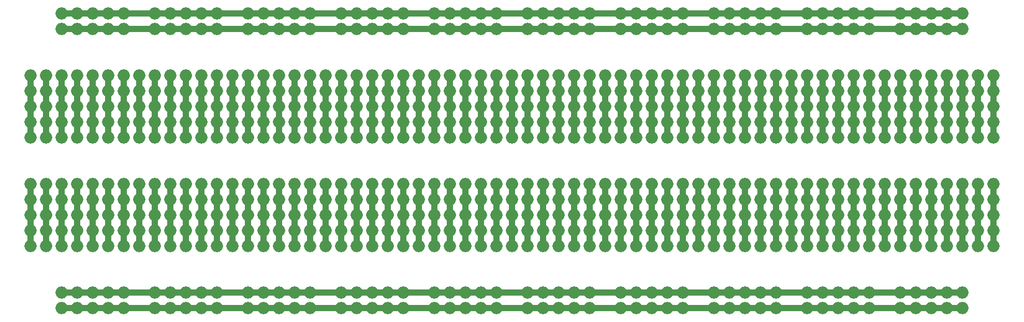
<source format=gbr>
G04 #@! TF.GenerationSoftware,KiCad,Pcbnew,(5.1.4)-1*
G04 #@! TF.CreationDate,2020-10-13T06:17:52+02:00*
G04 #@! TF.ProjectId,BreadBoard PCB 830,42726561-6442-46f6-9172-642050434220,rev?*
G04 #@! TF.SameCoordinates,Original*
G04 #@! TF.FileFunction,Copper,L1,Top*
G04 #@! TF.FilePolarity,Positive*
%FSLAX46Y46*%
G04 Gerber Fmt 4.6, Leading zero omitted, Abs format (unit mm)*
G04 Created by KiCad (PCBNEW (5.1.4)-1) date 2020-10-13 06:17:52*
%MOMM*%
%LPD*%
G04 APERTURE LIST*
%ADD10O,2.000000X2.000000*%
%ADD11C,1.000000*%
G04 APERTURE END LIST*
D10*
X205740000Y-129540000D03*
X203200000Y-129540000D03*
X200660000Y-129540000D03*
X198120000Y-129540000D03*
X195580000Y-129540000D03*
X190500000Y-132080000D03*
X187960000Y-132080000D03*
X185420000Y-132080000D03*
X182880000Y-132080000D03*
X180340000Y-132080000D03*
X180340000Y-129540000D03*
X182880000Y-129540000D03*
X185420000Y-129540000D03*
X187960000Y-129540000D03*
X190500000Y-129540000D03*
X195580000Y-132080000D03*
X198120000Y-132080000D03*
X200660000Y-132080000D03*
X203200000Y-132080000D03*
X205740000Y-132080000D03*
X165100000Y-129540000D03*
X167640000Y-129540000D03*
X170180000Y-129540000D03*
X172720000Y-129540000D03*
X175260000Y-129540000D03*
X149860000Y-132080000D03*
X152400000Y-132080000D03*
X154940000Y-132080000D03*
X157480000Y-132080000D03*
X160020000Y-132080000D03*
X175260000Y-132080000D03*
X172720000Y-132080000D03*
X170180000Y-132080000D03*
X167640000Y-132080000D03*
X165100000Y-132080000D03*
X160020000Y-129540000D03*
X157480000Y-129540000D03*
X154940000Y-129540000D03*
X152400000Y-129540000D03*
X149860000Y-129540000D03*
X134620000Y-132080000D03*
X137160000Y-132080000D03*
X139700000Y-132080000D03*
X142240000Y-132080000D03*
X144780000Y-132080000D03*
X119380000Y-129540000D03*
X121920000Y-129540000D03*
X124460000Y-129540000D03*
X127000000Y-129540000D03*
X129540000Y-129540000D03*
X83820000Y-129540000D03*
X81280000Y-129540000D03*
X78740000Y-129540000D03*
X76200000Y-129540000D03*
X73660000Y-129540000D03*
X73660000Y-132080000D03*
X76200000Y-132080000D03*
X78740000Y-132080000D03*
X81280000Y-132080000D03*
X83820000Y-132080000D03*
X129540000Y-132080000D03*
X127000000Y-132080000D03*
X124460000Y-132080000D03*
X121920000Y-132080000D03*
X119380000Y-132080000D03*
X144780000Y-129540000D03*
X142240000Y-129540000D03*
X139700000Y-129540000D03*
X137160000Y-129540000D03*
X134620000Y-129540000D03*
X104140000Y-129540000D03*
X106680000Y-129540000D03*
X109220000Y-129540000D03*
X111760000Y-129540000D03*
X114300000Y-129540000D03*
X114300000Y-132080000D03*
X111760000Y-132080000D03*
X109220000Y-132080000D03*
X106680000Y-132080000D03*
X104140000Y-132080000D03*
X58420000Y-129540000D03*
X60960000Y-129540000D03*
X63500000Y-129540000D03*
X66040000Y-129540000D03*
X68580000Y-129540000D03*
X68580000Y-132080000D03*
X66040000Y-132080000D03*
X63500000Y-132080000D03*
X60960000Y-132080000D03*
X58420000Y-132080000D03*
X88900000Y-132080000D03*
X91440000Y-132080000D03*
X93980000Y-132080000D03*
X96520000Y-132080000D03*
X99060000Y-132080000D03*
X99060000Y-129540000D03*
X96520000Y-129540000D03*
X93980000Y-129540000D03*
X91440000Y-129540000D03*
X88900000Y-129540000D03*
X210820000Y-111760000D03*
X210820000Y-114300000D03*
X210820000Y-116840000D03*
X210820000Y-119380000D03*
X210820000Y-121920000D03*
X208280000Y-111760000D03*
X208280000Y-114300000D03*
X208280000Y-116840000D03*
X208280000Y-119380000D03*
X208280000Y-121920000D03*
X205740000Y-111760000D03*
X205740000Y-114300000D03*
X205740000Y-116840000D03*
X205740000Y-119380000D03*
X205740000Y-121920000D03*
X203200000Y-111760000D03*
X203200000Y-114300000D03*
X203200000Y-116840000D03*
X203200000Y-119380000D03*
X203200000Y-121920000D03*
X200660000Y-111760000D03*
X200660000Y-114300000D03*
X200660000Y-116840000D03*
X200660000Y-119380000D03*
X200660000Y-121920000D03*
X198120000Y-111760000D03*
X198120000Y-114300000D03*
X198120000Y-116840000D03*
X198120000Y-119380000D03*
X198120000Y-121920000D03*
X195580000Y-111760000D03*
X195580000Y-114300000D03*
X195580000Y-116840000D03*
X195580000Y-119380000D03*
X195580000Y-121920000D03*
X193040000Y-111760000D03*
X193040000Y-114300000D03*
X193040000Y-116840000D03*
X193040000Y-119380000D03*
X193040000Y-121920000D03*
X190500000Y-111760000D03*
X190500000Y-114300000D03*
X190500000Y-116840000D03*
X190500000Y-119380000D03*
X190500000Y-121920000D03*
X187960000Y-111760000D03*
X187960000Y-114300000D03*
X187960000Y-116840000D03*
X187960000Y-119380000D03*
X187960000Y-121920000D03*
X185420000Y-111760000D03*
X185420000Y-114300000D03*
X185420000Y-116840000D03*
X185420000Y-119380000D03*
X185420000Y-121920000D03*
X182880000Y-111760000D03*
X182880000Y-114300000D03*
X182880000Y-116840000D03*
X182880000Y-119380000D03*
X182880000Y-121920000D03*
X180340000Y-111760000D03*
X180340000Y-114300000D03*
X180340000Y-116840000D03*
X180340000Y-119380000D03*
X180340000Y-121920000D03*
X177800000Y-111760000D03*
X177800000Y-114300000D03*
X177800000Y-116840000D03*
X177800000Y-119380000D03*
X177800000Y-121920000D03*
X175260000Y-111760000D03*
X175260000Y-114300000D03*
X175260000Y-116840000D03*
X175260000Y-119380000D03*
X175260000Y-121920000D03*
X172720000Y-111760000D03*
X172720000Y-114300000D03*
X172720000Y-116840000D03*
X172720000Y-119380000D03*
X172720000Y-121920000D03*
X170180000Y-111760000D03*
X170180000Y-114300000D03*
X170180000Y-116840000D03*
X170180000Y-119380000D03*
X170180000Y-121920000D03*
X167640000Y-111760000D03*
X167640000Y-114300000D03*
X167640000Y-116840000D03*
X167640000Y-119380000D03*
X167640000Y-121920000D03*
X165100000Y-111760000D03*
X165100000Y-114300000D03*
X165100000Y-116840000D03*
X165100000Y-119380000D03*
X165100000Y-121920000D03*
X162560000Y-111760000D03*
X162560000Y-114300000D03*
X162560000Y-116840000D03*
X162560000Y-119380000D03*
X162560000Y-121920000D03*
X160020000Y-111760000D03*
X160020000Y-114300000D03*
X160020000Y-116840000D03*
X160020000Y-119380000D03*
X160020000Y-121920000D03*
X157480000Y-111760000D03*
X157480000Y-114300000D03*
X157480000Y-116840000D03*
X157480000Y-119380000D03*
X157480000Y-121920000D03*
X154940000Y-111760000D03*
X154940000Y-114300000D03*
X154940000Y-116840000D03*
X154940000Y-119380000D03*
X154940000Y-121920000D03*
X152400000Y-111760000D03*
X152400000Y-114300000D03*
X152400000Y-116840000D03*
X152400000Y-119380000D03*
X152400000Y-121920000D03*
X149860000Y-111760000D03*
X149860000Y-114300000D03*
X149860000Y-116840000D03*
X149860000Y-119380000D03*
X149860000Y-121920000D03*
X147320000Y-111760000D03*
X147320000Y-114300000D03*
X147320000Y-116840000D03*
X147320000Y-119380000D03*
X147320000Y-121920000D03*
X144780000Y-111760000D03*
X144780000Y-114300000D03*
X144780000Y-116840000D03*
X144780000Y-119380000D03*
X144780000Y-121920000D03*
X142240000Y-111760000D03*
X142240000Y-114300000D03*
X142240000Y-116840000D03*
X142240000Y-119380000D03*
X142240000Y-121920000D03*
X139700000Y-111760000D03*
X139700000Y-114300000D03*
X139700000Y-116840000D03*
X139700000Y-119380000D03*
X139700000Y-121920000D03*
X137160000Y-111760000D03*
X137160000Y-114300000D03*
X137160000Y-116840000D03*
X137160000Y-119380000D03*
X137160000Y-121920000D03*
X134620000Y-111760000D03*
X134620000Y-114300000D03*
X134620000Y-116840000D03*
X134620000Y-119380000D03*
X134620000Y-121920000D03*
X132080000Y-111760000D03*
X132080000Y-114300000D03*
X132080000Y-116840000D03*
X132080000Y-119380000D03*
X132080000Y-121920000D03*
X129540000Y-111760000D03*
X129540000Y-114300000D03*
X129540000Y-116840000D03*
X129540000Y-119380000D03*
X129540000Y-121920000D03*
X127000000Y-111760000D03*
X127000000Y-114300000D03*
X127000000Y-116840000D03*
X127000000Y-119380000D03*
X127000000Y-121920000D03*
X124460000Y-111760000D03*
X124460000Y-114300000D03*
X124460000Y-116840000D03*
X124460000Y-119380000D03*
X124460000Y-121920000D03*
X121920000Y-111760000D03*
X121920000Y-114300000D03*
X121920000Y-116840000D03*
X121920000Y-119380000D03*
X121920000Y-121920000D03*
X119380000Y-111760000D03*
X119380000Y-114300000D03*
X119380000Y-116840000D03*
X119380000Y-119380000D03*
X119380000Y-121920000D03*
X116840000Y-111760000D03*
X116840000Y-114300000D03*
X116840000Y-116840000D03*
X116840000Y-119380000D03*
X116840000Y-121920000D03*
X114300000Y-111760000D03*
X114300000Y-114300000D03*
X114300000Y-116840000D03*
X114300000Y-119380000D03*
X114300000Y-121920000D03*
X111760000Y-111760000D03*
X111760000Y-114300000D03*
X111760000Y-116840000D03*
X111760000Y-119380000D03*
X111760000Y-121920000D03*
X109220000Y-111760000D03*
X109220000Y-114300000D03*
X109220000Y-116840000D03*
X109220000Y-119380000D03*
X109220000Y-121920000D03*
X106680000Y-111760000D03*
X106680000Y-114300000D03*
X106680000Y-116840000D03*
X106680000Y-119380000D03*
X106680000Y-121920000D03*
X104140000Y-111760000D03*
X104140000Y-114300000D03*
X104140000Y-116840000D03*
X104140000Y-119380000D03*
X104140000Y-121920000D03*
X101600000Y-111760000D03*
X101600000Y-114300000D03*
X101600000Y-116840000D03*
X101600000Y-119380000D03*
X101600000Y-121920000D03*
X99060000Y-111760000D03*
X99060000Y-114300000D03*
X99060000Y-116840000D03*
X99060000Y-119380000D03*
X99060000Y-121920000D03*
X96520000Y-111760000D03*
X96520000Y-114300000D03*
X96520000Y-116840000D03*
X96520000Y-119380000D03*
X96520000Y-121920000D03*
X93980000Y-111760000D03*
X93980000Y-114300000D03*
X93980000Y-116840000D03*
X93980000Y-119380000D03*
X93980000Y-121920000D03*
X91440000Y-111760000D03*
X91440000Y-114300000D03*
X91440000Y-116840000D03*
X91440000Y-119380000D03*
X91440000Y-121920000D03*
X88900000Y-111760000D03*
X88900000Y-114300000D03*
X88900000Y-116840000D03*
X88900000Y-119380000D03*
X88900000Y-121920000D03*
X86360000Y-111760000D03*
X86360000Y-114300000D03*
X86360000Y-116840000D03*
X86360000Y-119380000D03*
X86360000Y-121920000D03*
X83820000Y-111760000D03*
X83820000Y-114300000D03*
X83820000Y-116840000D03*
X83820000Y-119380000D03*
X83820000Y-121920000D03*
X81280000Y-111760000D03*
X81280000Y-114300000D03*
X81280000Y-116840000D03*
X81280000Y-119380000D03*
X81280000Y-121920000D03*
X78740000Y-111760000D03*
X78740000Y-114300000D03*
X78740000Y-116840000D03*
X78740000Y-119380000D03*
X78740000Y-121920000D03*
X76200000Y-111760000D03*
X76200000Y-114300000D03*
X76200000Y-116840000D03*
X76200000Y-119380000D03*
X76200000Y-121920000D03*
X73660000Y-111760000D03*
X73660000Y-114300000D03*
X73660000Y-116840000D03*
X73660000Y-119380000D03*
X73660000Y-121920000D03*
X71120000Y-111760000D03*
X71120000Y-114300000D03*
X71120000Y-116840000D03*
X71120000Y-119380000D03*
X71120000Y-121920000D03*
X68580000Y-111760000D03*
X68580000Y-114300000D03*
X68580000Y-116840000D03*
X68580000Y-119380000D03*
X68580000Y-121920000D03*
X66040000Y-111760000D03*
X66040000Y-114300000D03*
X66040000Y-116840000D03*
X66040000Y-119380000D03*
X66040000Y-121920000D03*
X63500000Y-111760000D03*
X63500000Y-114300000D03*
X63500000Y-116840000D03*
X63500000Y-119380000D03*
X63500000Y-121920000D03*
X60960000Y-111760000D03*
X60960000Y-114300000D03*
X60960000Y-116840000D03*
X60960000Y-119380000D03*
X60960000Y-121920000D03*
X58420000Y-111760000D03*
X58420000Y-114300000D03*
X58420000Y-116840000D03*
X58420000Y-119380000D03*
X58420000Y-121920000D03*
X55880000Y-111760000D03*
X55880000Y-114300000D03*
X55880000Y-116840000D03*
X55880000Y-119380000D03*
X55880000Y-121920000D03*
X210820000Y-104140000D03*
X210820000Y-101600000D03*
X210820000Y-99060000D03*
X210820000Y-96520000D03*
X210820000Y-93980000D03*
X208280000Y-104140000D03*
X208280000Y-101600000D03*
X208280000Y-99060000D03*
X208280000Y-96520000D03*
X208280000Y-93980000D03*
X205740000Y-104140000D03*
X205740000Y-101600000D03*
X205740000Y-99060000D03*
X205740000Y-96520000D03*
X205740000Y-93980000D03*
X203200000Y-104140000D03*
X203200000Y-101600000D03*
X203200000Y-99060000D03*
X203200000Y-96520000D03*
X203200000Y-93980000D03*
X200660000Y-104140000D03*
X200660000Y-101600000D03*
X200660000Y-99060000D03*
X200660000Y-96520000D03*
X200660000Y-93980000D03*
X198120000Y-104140000D03*
X198120000Y-101600000D03*
X198120000Y-99060000D03*
X198120000Y-96520000D03*
X198120000Y-93980000D03*
X195580000Y-104140000D03*
X195580000Y-101600000D03*
X195580000Y-99060000D03*
X195580000Y-96520000D03*
X195580000Y-93980000D03*
X193040000Y-104140000D03*
X193040000Y-101600000D03*
X193040000Y-99060000D03*
X193040000Y-96520000D03*
X193040000Y-93980000D03*
X190500000Y-104140000D03*
X190500000Y-101600000D03*
X190500000Y-99060000D03*
X190500000Y-96520000D03*
X190500000Y-93980000D03*
X187960000Y-104140000D03*
X187960000Y-101600000D03*
X187960000Y-99060000D03*
X187960000Y-96520000D03*
X187960000Y-93980000D03*
X185420000Y-104140000D03*
X185420000Y-101600000D03*
X185420000Y-99060000D03*
X185420000Y-96520000D03*
X185420000Y-93980000D03*
X182880000Y-104140000D03*
X182880000Y-101600000D03*
X182880000Y-99060000D03*
X182880000Y-96520000D03*
X182880000Y-93980000D03*
X180340000Y-104140000D03*
X180340000Y-101600000D03*
X180340000Y-99060000D03*
X180340000Y-96520000D03*
X180340000Y-93980000D03*
X177800000Y-104140000D03*
X177800000Y-101600000D03*
X177800000Y-99060000D03*
X177800000Y-96520000D03*
X177800000Y-93980000D03*
X175260000Y-104140000D03*
X175260000Y-101600000D03*
X175260000Y-99060000D03*
X175260000Y-96520000D03*
X175260000Y-93980000D03*
X172720000Y-104140000D03*
X172720000Y-101600000D03*
X172720000Y-99060000D03*
X172720000Y-96520000D03*
X172720000Y-93980000D03*
X170180000Y-104140000D03*
X170180000Y-101600000D03*
X170180000Y-99060000D03*
X170180000Y-96520000D03*
X170180000Y-93980000D03*
X167640000Y-104140000D03*
X167640000Y-101600000D03*
X167640000Y-99060000D03*
X167640000Y-96520000D03*
X167640000Y-93980000D03*
X165100000Y-104140000D03*
X165100000Y-101600000D03*
X165100000Y-99060000D03*
X165100000Y-96520000D03*
X165100000Y-93980000D03*
X162560000Y-104140000D03*
X162560000Y-101600000D03*
X162560000Y-99060000D03*
X162560000Y-96520000D03*
X162560000Y-93980000D03*
X160020000Y-104140000D03*
X160020000Y-101600000D03*
X160020000Y-99060000D03*
X160020000Y-96520000D03*
X160020000Y-93980000D03*
X157480000Y-104140000D03*
X157480000Y-101600000D03*
X157480000Y-99060000D03*
X157480000Y-96520000D03*
X157480000Y-93980000D03*
X154940000Y-104140000D03*
X154940000Y-101600000D03*
X154940000Y-99060000D03*
X154940000Y-96520000D03*
X154940000Y-93980000D03*
X152400000Y-104140000D03*
X152400000Y-101600000D03*
X152400000Y-99060000D03*
X152400000Y-96520000D03*
X152400000Y-93980000D03*
X149860000Y-104140000D03*
X149860000Y-101600000D03*
X149860000Y-99060000D03*
X149860000Y-96520000D03*
X149860000Y-93980000D03*
X147320000Y-104140000D03*
X147320000Y-101600000D03*
X147320000Y-99060000D03*
X147320000Y-96520000D03*
X147320000Y-93980000D03*
X144780000Y-104140000D03*
X144780000Y-101600000D03*
X144780000Y-99060000D03*
X144780000Y-96520000D03*
X144780000Y-93980000D03*
X142240000Y-104140000D03*
X142240000Y-101600000D03*
X142240000Y-99060000D03*
X142240000Y-96520000D03*
X142240000Y-93980000D03*
X139700000Y-104140000D03*
X139700000Y-101600000D03*
X139700000Y-99060000D03*
X139700000Y-96520000D03*
X139700000Y-93980000D03*
X137160000Y-104140000D03*
X137160000Y-101600000D03*
X137160000Y-99060000D03*
X137160000Y-96520000D03*
X137160000Y-93980000D03*
X134620000Y-104140000D03*
X134620000Y-101600000D03*
X134620000Y-99060000D03*
X134620000Y-96520000D03*
X134620000Y-93980000D03*
X132080000Y-104140000D03*
X132080000Y-101600000D03*
X132080000Y-99060000D03*
X132080000Y-96520000D03*
X132080000Y-93980000D03*
X129540000Y-104140000D03*
X129540000Y-101600000D03*
X129540000Y-99060000D03*
X129540000Y-96520000D03*
X129540000Y-93980000D03*
X127000000Y-104140000D03*
X127000000Y-101600000D03*
X127000000Y-99060000D03*
X127000000Y-96520000D03*
X127000000Y-93980000D03*
X124460000Y-104140000D03*
X124460000Y-101600000D03*
X124460000Y-99060000D03*
X124460000Y-96520000D03*
X124460000Y-93980000D03*
X121920000Y-104140000D03*
X121920000Y-101600000D03*
X121920000Y-99060000D03*
X121920000Y-96520000D03*
X121920000Y-93980000D03*
X119380000Y-104140000D03*
X119380000Y-101600000D03*
X119380000Y-99060000D03*
X119380000Y-96520000D03*
X119380000Y-93980000D03*
X116840000Y-104140000D03*
X116840000Y-101600000D03*
X116840000Y-99060000D03*
X116840000Y-96520000D03*
X116840000Y-93980000D03*
X114300000Y-104140000D03*
X114300000Y-101600000D03*
X114300000Y-99060000D03*
X114300000Y-96520000D03*
X114300000Y-93980000D03*
X111760000Y-104140000D03*
X111760000Y-101600000D03*
X111760000Y-99060000D03*
X111760000Y-96520000D03*
X111760000Y-93980000D03*
X109220000Y-104140000D03*
X109220000Y-101600000D03*
X109220000Y-99060000D03*
X109220000Y-96520000D03*
X109220000Y-93980000D03*
X106680000Y-104140000D03*
X106680000Y-101600000D03*
X106680000Y-99060000D03*
X106680000Y-96520000D03*
X106680000Y-93980000D03*
X104140000Y-104140000D03*
X104140000Y-101600000D03*
X104140000Y-99060000D03*
X104140000Y-96520000D03*
X104140000Y-93980000D03*
X101600000Y-104140000D03*
X101600000Y-101600000D03*
X101600000Y-99060000D03*
X101600000Y-96520000D03*
X101600000Y-93980000D03*
X99060000Y-104140000D03*
X99060000Y-101600000D03*
X99060000Y-99060000D03*
X99060000Y-96520000D03*
X99060000Y-93980000D03*
X96520000Y-104140000D03*
X96520000Y-101600000D03*
X96520000Y-99060000D03*
X96520000Y-96520000D03*
X96520000Y-93980000D03*
X93980000Y-104140000D03*
X93980000Y-101600000D03*
X93980000Y-99060000D03*
X93980000Y-96520000D03*
X93980000Y-93980000D03*
X91440000Y-104140000D03*
X91440000Y-101600000D03*
X91440000Y-99060000D03*
X91440000Y-96520000D03*
X91440000Y-93980000D03*
X88900000Y-104140000D03*
X88900000Y-101600000D03*
X88900000Y-99060000D03*
X88900000Y-96520000D03*
X88900000Y-93980000D03*
X86360000Y-104140000D03*
X86360000Y-101600000D03*
X86360000Y-99060000D03*
X86360000Y-96520000D03*
X86360000Y-93980000D03*
X83820000Y-104140000D03*
X83820000Y-101600000D03*
X83820000Y-99060000D03*
X83820000Y-96520000D03*
X83820000Y-93980000D03*
X81280000Y-104140000D03*
X81280000Y-101600000D03*
X81280000Y-99060000D03*
X81280000Y-96520000D03*
X81280000Y-93980000D03*
X78740000Y-104140000D03*
X78740000Y-101600000D03*
X78740000Y-99060000D03*
X78740000Y-96520000D03*
X78740000Y-93980000D03*
X76200000Y-104140000D03*
X76200000Y-101600000D03*
X76200000Y-99060000D03*
X76200000Y-96520000D03*
X76200000Y-93980000D03*
X73660000Y-104140000D03*
X73660000Y-101600000D03*
X73660000Y-99060000D03*
X73660000Y-96520000D03*
X73660000Y-93980000D03*
X71120000Y-104140000D03*
X71120000Y-101600000D03*
X71120000Y-99060000D03*
X71120000Y-96520000D03*
X71120000Y-93980000D03*
X68580000Y-104140000D03*
X68580000Y-101600000D03*
X68580000Y-99060000D03*
X68580000Y-96520000D03*
X68580000Y-93980000D03*
X66040000Y-104140000D03*
X66040000Y-101600000D03*
X66040000Y-99060000D03*
X66040000Y-96520000D03*
X66040000Y-93980000D03*
X63500000Y-104140000D03*
X63500000Y-101600000D03*
X63500000Y-99060000D03*
X63500000Y-96520000D03*
X63500000Y-93980000D03*
X60960000Y-104140000D03*
X60960000Y-101600000D03*
X60960000Y-99060000D03*
X60960000Y-96520000D03*
X60960000Y-93980000D03*
X58420000Y-104140000D03*
X58420000Y-101600000D03*
X58420000Y-99060000D03*
X58420000Y-96520000D03*
X58420000Y-93980000D03*
X55880000Y-104140000D03*
X55880000Y-101600000D03*
X55880000Y-99060000D03*
X55880000Y-96520000D03*
X55880000Y-93980000D03*
X195580000Y-83820000D03*
X198120000Y-83820000D03*
X200660000Y-83820000D03*
X203200000Y-83820000D03*
X205740000Y-83820000D03*
X180340000Y-86360000D03*
X182880000Y-86360000D03*
X185420000Y-86360000D03*
X187960000Y-86360000D03*
X190500000Y-86360000D03*
X205740000Y-86360000D03*
X203200000Y-86360000D03*
X200660000Y-86360000D03*
X198120000Y-86360000D03*
X195580000Y-86360000D03*
X190500000Y-83820000D03*
X187960000Y-83820000D03*
X185420000Y-83820000D03*
X182880000Y-83820000D03*
X180340000Y-83820000D03*
X165100000Y-86360000D03*
X167640000Y-86360000D03*
X170180000Y-86360000D03*
X172720000Y-86360000D03*
X175260000Y-86360000D03*
X149860000Y-83820000D03*
X152400000Y-83820000D03*
X154940000Y-83820000D03*
X157480000Y-83820000D03*
X160020000Y-83820000D03*
X160020000Y-86360000D03*
X157480000Y-86360000D03*
X154940000Y-86360000D03*
X152400000Y-86360000D03*
X149860000Y-86360000D03*
X175260000Y-83820000D03*
X172720000Y-83820000D03*
X170180000Y-83820000D03*
X167640000Y-83820000D03*
X165100000Y-83820000D03*
X134620000Y-83820000D03*
X137160000Y-83820000D03*
X139700000Y-83820000D03*
X142240000Y-83820000D03*
X144780000Y-83820000D03*
X144780000Y-86360000D03*
X142240000Y-86360000D03*
X139700000Y-86360000D03*
X137160000Y-86360000D03*
X134620000Y-86360000D03*
X119380000Y-86360000D03*
X121920000Y-86360000D03*
X124460000Y-86360000D03*
X127000000Y-86360000D03*
X129540000Y-86360000D03*
X129540000Y-83820000D03*
X127000000Y-83820000D03*
X124460000Y-83820000D03*
X121920000Y-83820000D03*
X119380000Y-83820000D03*
X114300000Y-83820000D03*
X111760000Y-83820000D03*
X109220000Y-83820000D03*
X106680000Y-83820000D03*
X104140000Y-83820000D03*
X104140000Y-86360000D03*
X106680000Y-86360000D03*
X109220000Y-86360000D03*
X111760000Y-86360000D03*
X114300000Y-86360000D03*
X88900000Y-83820000D03*
X91440000Y-83820000D03*
X93980000Y-83820000D03*
X96520000Y-83820000D03*
X99060000Y-83820000D03*
X99060000Y-86360000D03*
X96520000Y-86360000D03*
X93980000Y-86360000D03*
X91440000Y-86360000D03*
X88900000Y-86360000D03*
X73660000Y-83820000D03*
X76200000Y-83820000D03*
X78740000Y-83820000D03*
X81280000Y-83820000D03*
X83820000Y-83820000D03*
X83820000Y-86360000D03*
X81280000Y-86360000D03*
X78740000Y-86360000D03*
X76200000Y-86360000D03*
X73660000Y-86360000D03*
X68580000Y-83820000D03*
X66040000Y-83820000D03*
X63500000Y-83820000D03*
X60960000Y-83820000D03*
X58420000Y-83820000D03*
X58420000Y-86360000D03*
X60960000Y-86360000D03*
X63500000Y-86360000D03*
X66040000Y-86360000D03*
X68580000Y-86360000D03*
X53340000Y-121920000D03*
X53340000Y-119380000D03*
X53340000Y-116840000D03*
X53340000Y-114300000D03*
X53340000Y-111760000D03*
X53340000Y-93980000D03*
X53340000Y-96520000D03*
X53340000Y-99060000D03*
X53340000Y-101600000D03*
X53340000Y-104140000D03*
D11*
X53340000Y-111760000D02*
X53340000Y-121920000D01*
X55880000Y-111760000D02*
X55880000Y-121920000D01*
X58420000Y-111760000D02*
X58420000Y-121920000D01*
X60960000Y-111760000D02*
X60960000Y-121920000D01*
X63500000Y-111760000D02*
X63500000Y-121920000D01*
X66040000Y-111760000D02*
X66040000Y-121920000D01*
X68580000Y-111760000D02*
X68580000Y-121920000D01*
X71120000Y-111760000D02*
X71120000Y-121920000D01*
X73660000Y-111760000D02*
X73660000Y-121920000D01*
X76200000Y-111760000D02*
X76200000Y-121920000D01*
X78740000Y-111760000D02*
X78740000Y-121920000D01*
X81280000Y-111760000D02*
X81280000Y-121920000D01*
X83820000Y-111760000D02*
X83820000Y-121920000D01*
X86360000Y-111760000D02*
X86360000Y-121920000D01*
X88900000Y-111760000D02*
X88900000Y-121920000D01*
X91440000Y-111760000D02*
X91440000Y-121920000D01*
X93980000Y-111760000D02*
X93980000Y-121920000D01*
X96520000Y-111760000D02*
X96520000Y-121920000D01*
X99060000Y-111760000D02*
X99060000Y-121920000D01*
X101600000Y-111760000D02*
X101600000Y-121920000D01*
X104140000Y-111760000D02*
X104140000Y-121920000D01*
X106680000Y-111760000D02*
X106680000Y-121920000D01*
X109220000Y-111760000D02*
X109220000Y-121920000D01*
X111760000Y-111760000D02*
X111760000Y-121920000D01*
X114300000Y-111760000D02*
X114300000Y-121920000D01*
X116840000Y-111760000D02*
X116840000Y-121920000D01*
X119380000Y-111760000D02*
X119380000Y-121920000D01*
X121920000Y-111760000D02*
X121920000Y-121920000D01*
X124460000Y-111760000D02*
X124460000Y-121920000D01*
X127000000Y-111760000D02*
X127000000Y-121920000D01*
X129540000Y-111760000D02*
X129540000Y-121920000D01*
X132080000Y-111760000D02*
X132080000Y-121920000D01*
X134620000Y-111760000D02*
X134620000Y-121920000D01*
X137160000Y-111760000D02*
X137160000Y-121920000D01*
X139700000Y-111760000D02*
X139700000Y-121920000D01*
X142240000Y-111760000D02*
X142240000Y-121920000D01*
X144780000Y-111760000D02*
X144780000Y-121920000D01*
X147320000Y-111760000D02*
X147320000Y-121920000D01*
X149860000Y-111760000D02*
X149860000Y-121920000D01*
X152400000Y-111760000D02*
X152400000Y-121920000D01*
X154940000Y-111760000D02*
X154940000Y-121920000D01*
X157480000Y-111760000D02*
X157480000Y-121920000D01*
X160020000Y-111760000D02*
X160020000Y-121920000D01*
X162560000Y-111760000D02*
X162560000Y-121920000D01*
X165100000Y-111760000D02*
X165100000Y-121920000D01*
X167640000Y-111760000D02*
X167640000Y-121920000D01*
X170180000Y-111760000D02*
X170180000Y-121920000D01*
X172720000Y-111760000D02*
X172720000Y-121920000D01*
X175260000Y-111760000D02*
X175260000Y-121920000D01*
X177800000Y-111760000D02*
X177800000Y-121920000D01*
X180340000Y-111760000D02*
X180340000Y-121920000D01*
X182880000Y-111760000D02*
X182880000Y-121920000D01*
X185420000Y-111760000D02*
X185420000Y-121920000D01*
X187960000Y-111760000D02*
X187960000Y-121920000D01*
X190500000Y-111760000D02*
X190500000Y-121920000D01*
X193040000Y-111760000D02*
X193040000Y-121920000D01*
X195580000Y-111760000D02*
X195580000Y-121920000D01*
X198120000Y-111760000D02*
X198120000Y-121920000D01*
X200660000Y-111760000D02*
X200660000Y-121920000D01*
X203200000Y-111760000D02*
X203200000Y-121920000D01*
X205740000Y-111760000D02*
X205740000Y-121920000D01*
X208280000Y-111760000D02*
X208280000Y-121920000D01*
X210820000Y-111760000D02*
X210820000Y-121920000D01*
X55880000Y-93980000D02*
X55880000Y-104140000D01*
X104140000Y-93980000D02*
X104140000Y-104140000D01*
X106680000Y-93980000D02*
X106680000Y-104140000D01*
X114300000Y-93980000D02*
X114300000Y-104140000D01*
X53340000Y-93980000D02*
X53340000Y-104140000D01*
X81280000Y-93980000D02*
X81280000Y-104140000D01*
X116840000Y-93980000D02*
X116840000Y-104140000D01*
X60960000Y-93980000D02*
X60960000Y-104140000D01*
X91440000Y-93980000D02*
X91440000Y-104140000D01*
X119380000Y-93980000D02*
X119380000Y-104140000D01*
X88900000Y-93980000D02*
X88900000Y-104140000D01*
X73660000Y-93980000D02*
X73660000Y-104140000D01*
X109220000Y-93980000D02*
X109220000Y-104140000D01*
X121920000Y-93980000D02*
X121920000Y-104140000D01*
X124460000Y-93980000D02*
X124460000Y-104140000D01*
X78740000Y-93980000D02*
X78740000Y-104140000D01*
X71120000Y-93980000D02*
X71120000Y-104140000D01*
X127000000Y-93980000D02*
X127000000Y-104140000D01*
X96520000Y-93980000D02*
X96520000Y-104140000D01*
X111760000Y-93980000D02*
X111760000Y-104140000D01*
X68580000Y-93980000D02*
X68580000Y-104140000D01*
X83820000Y-93980000D02*
X83820000Y-104140000D01*
X63500000Y-93980000D02*
X63500000Y-104140000D01*
X58420000Y-93980000D02*
X58420000Y-104140000D01*
X86360000Y-93980000D02*
X86360000Y-104140000D01*
X76200000Y-93980000D02*
X76200000Y-104140000D01*
X93980000Y-93980000D02*
X93980000Y-104140000D01*
X66040000Y-93980000D02*
X66040000Y-104140000D01*
X99060000Y-93980000D02*
X99060000Y-104140000D01*
X101600000Y-93980000D02*
X101600000Y-104140000D01*
X203200000Y-93980000D02*
X203200000Y-104140000D01*
X208280000Y-93980000D02*
X208280000Y-104140000D01*
X149860000Y-93980000D02*
X149860000Y-104140000D01*
X157480000Y-93980000D02*
X157480000Y-104140000D01*
X170180000Y-93980000D02*
X170180000Y-104140000D01*
X172720000Y-93980000D02*
X172720000Y-104140000D01*
X129540000Y-93980000D02*
X129540000Y-104140000D01*
X139700000Y-93980000D02*
X139700000Y-104140000D01*
X175260000Y-93980000D02*
X175260000Y-104140000D01*
X182880000Y-93980000D02*
X182880000Y-104140000D01*
X144780000Y-93980000D02*
X144780000Y-104140000D01*
X187960000Y-93980000D02*
X187960000Y-104140000D01*
X190500000Y-93980000D02*
X190500000Y-104140000D01*
X162560000Y-93980000D02*
X162560000Y-104140000D01*
X195580000Y-93980000D02*
X195580000Y-104140000D01*
X167640000Y-93980000D02*
X167640000Y-104140000D01*
X137160000Y-93980000D02*
X137160000Y-104140000D01*
X193040000Y-93980000D02*
X193040000Y-104140000D01*
X205740000Y-93980000D02*
X205740000Y-104140000D01*
X210820000Y-93980000D02*
X210820000Y-104140000D01*
X160020000Y-93980000D02*
X160020000Y-104140000D01*
X152400000Y-93980000D02*
X152400000Y-104140000D01*
X165100000Y-93980000D02*
X165100000Y-104140000D01*
X132080000Y-93980000D02*
X132080000Y-104140000D01*
X198120000Y-93980000D02*
X198120000Y-104140000D01*
X177800000Y-93980000D02*
X177800000Y-104140000D01*
X185420000Y-93980000D02*
X185420000Y-104140000D01*
X180340000Y-93980000D02*
X180340000Y-104140000D01*
X147320000Y-93980000D02*
X147320000Y-104140000D01*
X200660000Y-93980000D02*
X200660000Y-104140000D01*
X134620000Y-93980000D02*
X134620000Y-104140000D01*
X142240000Y-93980000D02*
X142240000Y-104140000D01*
X154940000Y-93980000D02*
X154940000Y-104140000D01*
X58420000Y-83820000D02*
X205740000Y-83820000D01*
X205740000Y-86360000D02*
X58420000Y-86360000D01*
X205740000Y-132080000D02*
X58420000Y-132080000D01*
X58420000Y-129540000D02*
X205740000Y-129540000D01*
M02*

</source>
